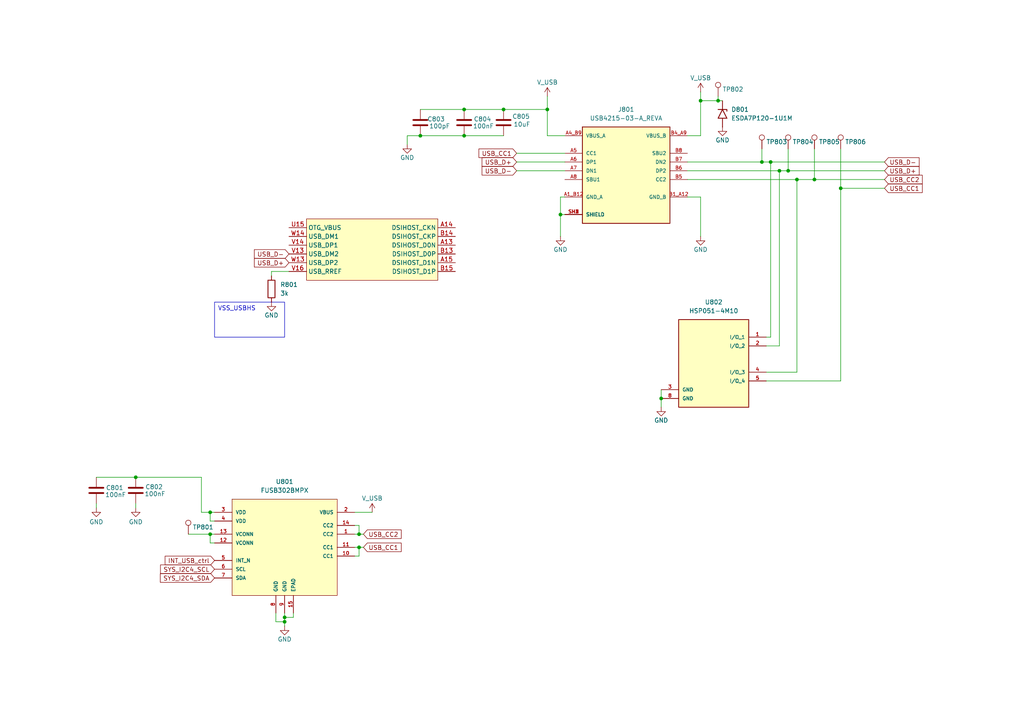
<source format=kicad_sch>
(kicad_sch (version 20250114) (generator "eeschema") (generator_version "9.0")
  (paper "A4")
  (title_block (comment 1 "Author: Mykola Grodskyi"))
  (lib_symbols
    (symbol "Connector:TestPoint" (pin_numbers (hide yes)) (pin_names (offset 0.762) (hide yes))
      (property "Reference" "TP" (at 0 6.858 0))
      (property "Value" "TestPoint" (at 0 5.08 0))
      (symbol "TestPoint_0_1"
        (circle (center 0 3.302) (radius 0.762))
      )
      (symbol "TestPoint_1_1"
        (pin passive line (at 0 0 90) (length 2.54) (name "1") (number "1"))
      )
    )
    (symbol "Device:C" (pin_numbers (hide yes)) (pin_names (offset 0.254))
      (property "Reference" "C" (at 0.635 2.54 0))
      (property "Value" "C" (at 0.635 -2.54 0))
      (symbol "C_0_1"
        (polyline (pts (xy -2.032 0.762) (xy 2.032 0.762)) (stroke (width 0.508)))
        (polyline (pts (xy -2.032 -0.762) (xy 2.032 -0.762)) (stroke (width 0.508)))
      )
      (symbol "C_1_1"
        (pin passive line (at 0 3.81 270) (length 2.794) (name "~") (number "1"))
        (pin passive line (at 0 -3.81 90) (length 2.794) (name "~") (number "2"))
      )
    )
    (symbol "Device:R" (pin_numbers (hide yes)) (pin_names (offset 0))
      (property "Reference" "R" (at 2.032 0 90))
      (property "Value" "R" (at 0 0 90))
      (symbol "R_0_1"
        (rectangle (start -1.016 -2.54) (end 1.016 2.54) (stroke (width 0.254)))
      )
      (symbol "R_1_1"
        (pin passive line (at 0 3.81 270) (length 1.27) (name "~") (number "1"))
        (pin passive line (at 0 -3.81 90) (length 1.27) (name "~") (number "2"))
      )
    )
    (symbol "Diode:SMAJ5.0A" (pin_numbers (hide yes)) (pin_names (offset 1.016) (hide yes))
      (property "Reference" "D" (at 0 2.54 0))
      (property "Value" "SMAJ5.0A" (at 0 -2.54 0))
      (symbol "SMAJ5.0A_0_1"
        (polyline (pts (xy -0.762 1.27) (xy -1.27 1.27) (xy -1.27 -1.27)) (stroke (width 0.254)))
        (polyline (pts (xy 1.27 1.27) (xy 1.27 -1.27) (xy -1.27 0) (xy 1.27 1.27)) (stroke (width 0.254)))
      )
      (symbol "SMAJ5.0A_1_1"
        (pin passive line (at -3.81 0 0) (length 2.54) (name "A1") (number "1"))
        (pin passive line (at 3.81 0 180) (length 2.54) (name "A2") (number "2"))
      )
    )
    (symbol "FUSB302BMPX:FUSB302BMPX" (pin_names (offset 1.016))
      (property "Reference" "U" (at 18.1356 9.1186 0))
      (property "Value" "FUSB302BMPX" (at 17.5006 6.5786 0))
      (symbol "FUSB302BMPX_0_0"
        (rectangle (start 7.62 -22.86) (end 38.1 5.08) (stroke (width 0.1524)) (fill (type background)))
        (pin power_in line (at 2.54 -1.27 0) (length 5.08) (name "VDD") (number "4"))
        (pin power_in line (at 2.54 -5.08 0) (length 5.08) (name "VCONN") (number "13"))
        (pin output line (at 2.54 -12.7 0) (length 5.08) (name "INT_N") (number "5"))
        (pin input line (at 2.54 -15.24 0) (length 5.08) (name "SCL") (number "6"))
        (pin bidirectional line (at 2.54 -17.78 0) (length 5.08) (name "SDA") (number "7"))
        (pin power_in line (at 22.86 -27.94 90) (length 5.08) (name "GND") (number "9"))
        (pin passive line (at 25.4 -27.94 90) (length 5.08) (name "EPAD") (number "15"))
        (pin input line (at 43.18 1.27 180) (length 5.08) (name "VBUS") (number "2"))
        (pin bidirectional line (at 43.18 -2.54 180) (length 5.08) (name "CC2") (number "14"))
        (pin bidirectional line (at 43.18 -8.89 180) (length 5.08) (name "CC1") (number "11"))
      )
      (symbol "FUSB302BMPX_1_0"
        (pin power_in line (at 2.54 1.27 0) (length 5.08) (name "VDD") (number "3"))
        (pin power_in line (at 2.54 -7.62 0) (length 5.08) (name "VCONN") (number "12"))
        (pin power_in line (at 20.32 -27.94 90) (length 5.08) (name "GND") (number "8"))
        (pin bidirectional line (at 43.18 -5.08 180) (length 5.08) (name "CC2") (number "1"))
        (pin bidirectional line (at 43.18 -11.43 180) (length 5.08) (name "CC1") (number "10"))
      )
    )
    (symbol "HSP051-4M10:HSP051-4M10" (pin_names (offset 1.016))
      (property "Reference" "U4" (at 0 17.78 0))
      (property "Value" "HSP051-4M10" (at 0 15.24 0))
      (symbol "HSP051-4M10_0_0"
        (rectangle (start -10.16 -12.7) (end 10.16 12.7) (stroke (width 0.254)) (fill (type background)))
        (pin passive line (at -15.24 7.62 0) (length 5.08) (name "I/O_1") (number "1"))
        (pin passive line (at -15.24 5.08 0) (length 5.08) (name "I/O_2") (number "2"))
        (pin passive line (at -15.24 -2.54 0) (length 5.08) (name "I/O_3") (number "4"))
        (pin passive line (at -15.24 -5.08 0) (length 5.08) (name "I/O_4") (number "5"))
        (pin power_in line (at 15.24 -7.62 180) (length 5.08) (name "GND") (number "3"))
        (pin power_in line (at 15.24 -10.16 180) (length 5.08) (name "GND") (number "8"))
      )
      (symbol "HSP051-4M10_1_0"
        (pin passive line (at -15.24 7.62 0) (length 5.08) (hide yes) (name "NC") (number "10"))
        (pin passive line (at -15.24 5.08 0) (length 5.08) (hide yes) (name "NC") (number "9"))
        (pin passive line (at -15.24 -2.54 0) (length 5.08) (hide yes) (name "NC") (number "7"))
        (pin passive line (at -15.24 -5.08 0) (length 5.08) (hide yes) (name "NC") (number "6"))
      )
    )
    (symbol "New_Library:STM32MP157FABx"
      (symbol "STM32MP157FABx_1_1"
        (rectangle (start -22.86 109.22) (end 49.53 -156.21) (fill (type background)))
        (pin power_in line (at -27.94 105.41 0) (length 5.08) (name "VBAT") (number "H3"))
        (pin power_in line (at -27.94 91.44 0) (length 5.08) (name "VDD") (number "K6"))
        (pin power_in line (at -27.94 88.9 0) (length 5.08) (name "VDD") (number "L5"))
        (pin power_in line (at -27.94 86.36 0) (length 5.08) (name "VDD") (number "L7"))
        (pin power_in line (at -27.94 83.82 0) (length 5.08) (name "VDD") (number "M6"))
        (pin power_in line (at -27.94 81.28 0) (length 5.08) (name "VDD") (number "M8"))
        (pin power_in line (at -27.94 78.74 0) (length 5.08) (name "VDD") (number "N5"))
        (pin power_in line (at -27.94 76.2 0) (length 5.08) (name "VDD") (number "N7"))
        (pin power_in line (at -27.94 73.66 0) (length 5.08) (name "VDD") (number "N9"))
        (pin power_in line (at -27.94 71.12 0) (length 5.08) (name "VDD") (number "P6"))
        (pin power_in line (at -27.94 68.58 0) (length 5.08) (name "VDD") (number "P8"))
        (pin power_in line (at -27.94 66.04 0) (length 5.08) (name "VDD") (number "P10"))
        (pin power_in line (at -27.94 63.5 0) (length 5.08) (name "VDD") (number "R7"))
        (pin power_in line (at -27.94 60.96 0) (length 5.08) (name "VDD") (number "R9"))
        (pin power_in line (at -27.94 58.42 0) (length 5.08) (name "VDD") (number "R11"))
        (pin power_in line (at -27.94 35.56 0) (length 5.08) (name "VDD1V2_DSI_PHY") (number "A16"))
        (pin power_in line (at -27.94 30.48 0) (length 5.08) (name "VDD1V2_DSI_REG") (number "B16"))
        (pin power_in line (at -27.94 25.4 0) (length 5.08) (name "VDD3V3_USBFS") (number "W15"))
        (pin power_in line (at -27.94 20.32 0) (length 5.08) (name "VDD3V3_USBHS") (number "W12"))
        (pin power_in line (at -27.94 15.24 0) (length 5.08) (name "VDDA") (number "M4"))
        (pin power_in line (at -27.94 10.16 0) (length 5.08) (name "VDDA1V1_REG") (number "W11"))
        (pin power_in line (at -27.94 5.08 0) (length 5.08) (name "VDDA1V8_DSI") (number "B12"))
        (pin power_in line (at -27.94 0 0) (length 5.08) (name "VDDA1V8_REG") (number "V11"))
        (pin power_in line (at -27.94 -6.35 0) (length 5.08) (name "VDDCORE") (number "E7"))
        (pin power_in line (at -27.94 -8.89 0) (length 5.08) (name "VDDCORE") (number "E9"))
        (pin power_in line (at -27.94 -11.43 0) (length 5.08) (name "VDDCORE") (number "E11"))
        (pin power_in line (at -27.94 -13.97 0) (length 5.08) (name "VDDCORE") (number "E13"))
        (pin power_in line (at -27.94 -16.51 0) (length 5.08) (name "VDDCORE") (number "F4"))
        (pin power_in line (at -27.94 -19.05 0) (length 5.08) (name "VDDCORE") (number "F6"))
        (pin power_in line (at -27.94 -21.59 0) (length 5.08) (name "VDDCORE") (number "F8"))
        (pin power_in line (at -27.94 -24.13 0) (length 5.08) (name "VDDCORE") (number "F10"))
        (pin power_in line (at -27.94 -26.67 0) (length 5.08) (name "VDDCORE") (number "F12"))
        (pin power_in line (at -27.94 -29.21 0) (length 5.08) (name "VDDCORE") (number "G5"))
        (pin power_in line (at -27.94 -31.75 0) (length 5.08) (name "VDDCORE") (number "G7"))
        (pin power_in line (at -27.94 -34.29 0) (length 5.08) (name "VDDCORE") (number "G9"))
        (pin power_in line (at -27.94 -36.83 0) (length 5.08) (name "VDDCORE") (number "G11"))
        (pin power_in line (at -27.94 -39.37 0) (length 5.08) (name "VDDCORE") (number "H4"))
        (pin power_in line (at -27.94 -41.91 0) (length 5.08) (name "VDDCORE") (number "H6"))
        (pin power_in line (at -27.94 -44.45 0) (length 5.08) (name "VDDCORE") (number "H8"))
        (pin power_in line (at -27.94 -46.99 0) (length 5.08) (name "VDDCORE") (number "H10"))
        (pin power_in line (at -27.94 -49.53 0) (length 5.08) (name "VDDCORE") (number "H12"))
        (pin power_in line (at -27.94 -52.07 0) (length 5.08) (name "VDDCORE") (number "J7"))
        (pin power_in line (at -27.94 -54.61 0) (length 5.08) (name "VDDCORE") (number "J9"))
        (pin power_in line (at -27.94 -57.15 0) (length 5.08) (name "VDDCORE") (number "J11"))
        (pin power_in line (at -27.94 -59.69 0) (length 5.08) (name "VDDCORE") (number "J13"))
        (pin power_in line (at -27.94 -62.23 0) (length 5.08) (name "VDDCORE") (number "K8"))
        (pin power_in line (at -27.94 -64.77 0) (length 5.08) (name "VDDCORE") (number "K10"))
        (pin power_in line (at -27.94 -67.31 0) (length 5.08) (name "VDDCORE") (number "K12"))
        (pin power_in line (at -27.94 -69.85 0) (length 5.08) (name "VDDCORE") (number "L9"))
        (pin power_in line (at -27.94 -72.39 0) (length 5.08) (name "VDDCORE") (number "L11"))
        (pin power_in line (at -27.94 -74.93 0) (length 5.08) (name "VDDCORE") (number "L13"))
        (pin power_in line (at -27.94 -77.47 0) (length 5.08) (name "VDDCORE") (number "M10"))
        (pin power_in line (at -27.94 -80.01 0) (length 5.08) (name "VDDCORE") (number "M12"))
        (pin power_in line (at -27.94 -82.55 0) (length 5.08) (name "VDDCORE") (number "N11"))
        (pin power_in line (at -27.94 -85.09 0) (length 5.08) (name "VDDCORE") (number "N13"))
        (pin power_in line (at -27.94 -87.63 0) (length 5.08) (name "VDDCORE") (number "P12"))
        (pin power_in line (at -27.94 -90.17 0) (length 5.08) (name "VDDCORE") (number "R13"))
        (pin power_in line (at -27.94 -97.79 0) (length 5.08) (name "VDDQ_DDR") (number "E15"))
        (pin power_in line (at -27.94 -100.33 0) (length 5.08) (name "VDDQ_DDR") (number "F14"))
        (pin power_in line (at -27.94 -102.87 0) (length 5.08) (name "VDDQ_DDR") (number "G15"))
        (pin power_in line (at -27.94 -105.41 0) (length 5.08) (name "VDDQ_DDR") (number "H14"))
        (pin power_in line (at -27.94 -107.95 0) (length 5.08) (name "VDDQ_DDR") (number "J15"))
        (pin power_in line (at -27.94 -110.49 0) (length 5.08) (name "VDDQ_DDR") (number "K14"))
        (pin power_in line (at -27.94 -113.03 0) (length 5.08) (name "VDDQ_DDR") (number "L15"))
        (pin power_in line (at -27.94 -115.57 0) (length 5.08) (name "VDDQ_DDR") (number "M14"))
        (pin power_in line (at -27.94 -118.11 0) (length 5.08) (name "VDDQ_DDR") (number "N15"))
        (pin power_in line (at -27.94 -120.65 0) (length 5.08) (name "VDDQ_DDR") (number "P14"))
        (pin power_in line (at -27.94 -123.19 0) (length 5.08) (name "VDDQ_DDR") (number "R15"))
        (pin power_in line (at -27.94 -127 0) (length 5.08) (name "VDD_ANA") (number "L3"))
        (pin power_in line (at -27.94 -130.81 0) (length 5.08) (name "VDD_DSI") (number "A12"))
        (pin power_in line (at -27.94 -134.62 0) (length 5.08) (name "VDD_PLL") (number "J5"))
        (pin power_in line (at -27.94 -137.16 0) (length 5.08) (name "VDD_PLL2") (number "G13"))
        (pin input line (at -27.94 -140.97 0) (length 5.08) (name "VREF+") (number "N3"))
        (pin input line (at -27.94 -144.78 0) (length 5.08) (name "VREF-") (number "M3"))
        (pin passive line (at 54.61 106.68 180) (length 5.08) (name "VSS") (number "N6"))
        (pin passive line (at 54.61 104.14 180) (length 5.08) (name "VSS") (number "N10"))
        (pin passive line (at 54.61 101.6 180) (length 5.08) (name "VSS") (number "U8"))
        (pin passive line (at 54.61 99.06 180) (length 5.08) (name "VSS") (number "U6"))
        (pin passive line (at 54.61 96.52 180) (length 5.08) (name "VSS") (number "W1"))
        (pin passive line (at 54.61 93.98 180) (length 5.08) (name "VSS") (number "U17"))
        (pin passive line (at 54.61 91.44 180) (length 5.08) (name "VSS") (number "T4"))
        (pin passive line (at 54.61 88.9 180) (length 5.08) (name "VSS") (number "R8"))
        (pin passive line (at 54.61 86.36 180) (length 5.08) (name "VSS") (number "R6"))
        (pin passive line (at 54.61 83.82 180) (length 5.08) (name "VSS") (number "R2"))
        (pin passive line (at 54.61 81.28 180) (length 5.08) (name "VSS") (number "R16"))
        (pin passive line (at 54.61 78.74 180) (length 5.08) (name "VSS") (number "R14"))
        (pin passive line (at 54.61 76.2 180) (length 5.08) (name "VSS") (number "R12"))
        (pin passive line (at 54.61 73.66 180) (length 5.08) (name "VSS") (number "U3"))
        (pin passive line (at 54.61 71.12 180) (length 5.08) (name "VSS") (number "P9"))
        (pin passive line (at 54.61 68.58 180) (length 5.08) (name "VSS") (number "P7"))
        (pin passive line (at 54.61 66.04 180) (length 5.08) (name "VSS") (number "R10"))
        (pin passive line (at 54.61 63.5 180) (length 5.08) (name "VSS") (number "P13"))
        (pin passive line (at 54.61 60.96 180) (length 5.08) (name "VSS") (number "P11"))
        (pin passive line (at 54.61 58.42 180) (length 5.08) (name "VSS") (number "P15"))
        (pin passive line (at 54.61 55.88 180) (length 5.08) (name "VSS") (number "N8"))
        (pin passive line (at 54.61 53.34 180) (length 5.08) (name "VSS") (number "N14"))
        (pin passive line (at 54.61 50.8 180) (length 5.08) (name "VSS") (number "N12"))
        (pin passive line (at 54.61 48.26 180) (length 5.08) (name "VSS") (number "M9"))
        (pin passive line (at 54.61 45.72 180) (length 5.08) (name "VSS") (number "W19"))
        (pin passive line (at 54.61 43.18 180) (length 5.08) (name "VSS") (number "M7"))
        (pin passive line (at 54.61 40.64 180) (length 5.08) (name "VSS") (number "M5"))
        (pin passive line (at 54.61 38.1 180) (length 5.08) (name "VSS") (number "M15"))
        (pin passive line (at 54.61 35.56 180) (length 5.08) (name "VSS") (number "M13"))
        (pin passive line (at 54.61 33.02 180) (length 5.08) (name "VSS") (number "M11"))
        (pin passive line (at 54.61 30.48 180) (length 5.08) (name "VSS") (number "L8"))
        (pin passive line (at 54.61 27.94 180) (length 5.08) (name "VSS") (number "L6"))
        (pin passive line (at 54.61 25.4 180) (length 5.08) (name "VSS") (number "L14"))
        (pin passive line (at 54.61 22.86 180) (length 5.08) (name "VSS") (number "L12"))
        (pin passive line (at 54.61 20.32 180) (length 5.08) (name "VSS") (number "L10"))
        (pin passive line (at 54.61 17.78 180) (length 5.08) (name "VSS") (number "K9"))
        (pin passive line (at 54.61 15.24 180) (length 5.08) (name "VSS") (number "K7"))
        (pin passive line (at 54.61 12.7 180) (length 5.08) (name "VSS") (number "K5"))
        (pin passive line (at 54.61 10.16 180) (length 5.08) (name "VSS") (number "K2"))
        (pin passive line (at 54.61 7.62 180) (length 5.08) (name "VSS") (number "K15"))
        (pin passive line (at 54.61 5.08 180) (length 5.08) (name "VSS") (number "K13"))
        (pin passive line (at 54.61 2.54 180) (length 5.08) (name "VSS") (number "K11"))
        (pin passive line (at 54.61 0 180) (length 5.08) (name "VSS") (number "J8"))
        (pin passive line (at 54.61 -2.54 180) (length 5.08) (name "VSS") (number "J6"))
        (pin passive line (at 54.61 -5.08 180) (length 5.08) (name "VSS") (number "J3"))
        (pin passive line (at 54.61 -7.62 180) (length 5.08) (name "VSS") (number "J14"))
        (pin passive line (at 54.61 -10.16 180) (length 5.08) (name "VSS") (number "J12"))
        (pin passive line (at 54.61 -12.7 180) (length 5.08) (name "VSS") (number "J10"))
        (pin passive line (at 54.61 -15.24 180) (length 5.08) (name "VSS") (number "H9"))
        (pin passive line (at 54.61 -17.78 180) (length 5.08) (name "VSS") (number "H7"))
        (pin passive line (at 54.61 -20.32 180) (length 5.08) (name "VSS") (number "H5"))
        (pin passive line (at 54.61 -22.86 180) (length 5.08) (name "VSS") (number "H15"))
        (pin passive line (at 54.61 -25.4 180) (length 5.08) (name "VSS") (number "H13"))
        (pin passive line (at 54.61 -27.94 180) (length 5.08) (name "VSS") (number "H11"))
        (pin passive line (at 54.61 -30.48 180) (length 5.08) (name "VSS") (number "G8"))
        (pin passive line (at 54.61 -33.02 180) (length 5.08) (name "VSS") (number "G6"))
        (pin passive line (at 54.61 -35.56 180) (length 5.08) (name "VSS") (number "G4"))
        (pin passive line (at 54.61 -38.1 180) (length 5.08) (name "VSS") (number "G2"))
        (pin passive line (at 54.61 -40.64 180) (length 5.08) (name "VSS") (number "G14"))
        (pin passive line (at 54.61 -43.18 180) (length 5.08) (name "VSS") (number "G12"))
        (pin passive line (at 54.61 -45.72 180) (length 5.08) (name "VSS") (number "G10"))
        (pin passive line (at 54.61 -48.26 180) (length 5.08) (name "VSS") (number "F9"))
        (pin passive line (at 54.61 -50.8 180) (length 5.08) (name "VSS") (number "F7"))
        (pin passive line (at 54.61 -53.34 180) (length 5.08) (name "VSS") (number "F5"))
        (pin passive line (at 54.61 -55.88 180) (length 5.08) (name "VSS") (number "F15"))
        (pin passive line (at 54.61 -58.42 180) (length 5.08) (name "VSS") (number "F11"))
        (pin passive line (at 54.61 -60.96 180) (length 5.08) (name "VSS") (number "E8"))
        (pin passive line (at 54.61 -63.5 180) (length 5.08) (name "VSS") (number "E6"))
        (pin passive line (at 54.61 -66.04 180) (length 5.08) (name "VSS") (number "E5"))
        (pin passive line (at 54.61 -68.58 180) (length 5.08) (name "VSS") (number "E4"))
        (pin passive line (at 54.61 -71.12 180) (length 5.08) (name "VSS") (number "E2"))
        (pin passive line (at 54.61 -73.66 180) (length 5.08) (name "VSS") (number "E16"))
        (pin passive line (at 54.61 -76.2 180) (length 5.08) (name "VSS") (number "E14"))
        (pin passive line (at 54.61 -78.74 180) (length 5.08) (name "VSS") (number "E12"))
        (pin passive line (at 54.61 -81.28 180) (length 5.08) (name "VSS") (number "E10"))
        (pin passive line (at 54.61 -83.82 180) (length 5.08) (name "VSS") (number "D8"))
        (pin passive line (at 54.61 -86.36 180) (length 5.08) (name "VSS") (number "D5"))
        (pin passive line (at 54.61 -88.9 180) (length 5.08) (name "VSS") (number "D4"))
        (pin passive line (at 54.61 -91.44 180) (length 5.08) (name "VSS") (number "D1"))
        (pin passive line (at 54.61 -93.98 180) (length 5.08) (name "VSS") (number "C3"))
        (pin passive line (at 54.61 -96.52 180) (length 5.08) (name "VSS") (number "C17"))
        (pin passive line (at 54.61 -99.06 180) (length 5.08) (name "VSS") (number "A19"))
        (pin passive line (at 54.61 -101.6 180) (length 5.08) (name "VSS") (number "B2"))
        (pin passive line (at 54.61 -104.14 180) (length 5.08) (name "VSS") (number "B6"))
        (pin power_in line (at 54.61 -106.68 180) (length 5.08) (name "VSS") (number "A1"))
        (pin power_in line (at 54.61 -110.49 180) (length 5.08) (name "VSSA") (number "N4"))
        (pin passive line (at 54.61 -113.03 180) (length 5.08) (name "VSSA") (number "P5"))
        (pin passive line (at 54.61 -115.57 180) (length 5.08) (name "VSSA") (number "R5"))
        (pin power_in line (at 54.61 -119.38 180) (length 5.08) (name "VSS_ANA") (number "L4"))
        (pin passive line (at 54.61 -124.46 180) (length 5.08) (name "VSS_DSI") (number "C16"))
        (pin passive line (at 54.61 -127 180) (length 5.08) (name "VSS_DSI") (number "C15"))
        (pin passive line (at 54.61 -129.54 180) (length 5.08) (name "VSS_DSI") (number "C13"))
        (pin passive line (at 54.61 -132.08 180) (length 5.08) (name "VSS_DSI") (number "C14"))
        (pin power_in line (at 54.61 -134.62 180) (length 5.08) (name "VSS_DSI") (number "C12"))
        (pin power_in line (at 54.61 -138.43 180) (length 5.08) (name "VSS_PLL") (number "J4"))
        (pin power_in line (at 54.61 -140.97 180) (length 5.08) (name "VSS_PLL2") (number "F13"))
        (pin passive line (at 54.61 -144.78 180) (length 5.08) (name "VSS_USBHS") (number "V15"))
        (pin passive line (at 54.61 -147.32 180) (length 5.08) (name "VSS_USBHS") (number "U14"))
        (pin passive line (at 54.61 -149.86 180) (length 5.08) (name "VSS_USBHS") (number "V12"))
        (pin power_in line (at 54.61 -152.4 180) (length 5.08) (name "VSS_USBHS") (number "U13"))
      )
      (symbol "STM32MP157FABx_2_1"
        (rectangle (start -8.89 46.99) (end 63.5 -52.07) (fill (type background)))
        (pin bidirectional line (at -13.97 39.37 0) (length 5.08) (name "DDR_BA0") (number "G19"))
        (pin bidirectional line (at -13.97 36.83 0) (length 5.08) (name "DDR_BA1") (number "N17"))
        (pin bidirectional line (at -13.97 34.29 0) (length 5.08) (name "DDR_BA2") (number "J16"))
        (pin bidirectional line (at -13.97 30.48 0) (length 5.08) (name "DDR_DQM0") (number "C18"))
        (pin bidirectional line (at -13.97 27.94 0) (length 5.08) (name "DDR_DQM1") (number "U18"))
        (pin bidirectional line (at -13.97 19.05 0) (length 5.08) (name "DDR_DQS0N") (number "B19"))
        (pin bidirectional line (at -13.97 16.51 0) (length 5.08) (name "DDR_DQS0P") (number "C19"))
        (pin bidirectional line (at -13.97 13.97 0) (length 5.08) (name "DDR_DQS1N") (number "T19"))
        (pin bidirectional line (at -13.97 11.43 0) (length 5.08) (name "DDR_DQS1P") (number "U19"))
        (pin bidirectional line (at -13.97 5.08 0) (length 5.08) (name "DDR_DQ0") (number "A17"))
        (pin bidirectional line (at -13.97 2.54 0) (length 5.08) (name "DDR_DQ1") (number "A18"))
        (pin bidirectional line (at -13.97 0 0) (length 5.08) (name "DDR_DQ2") (number "D18"))
        (pin bidirectional line (at -13.97 -2.54 0) (length 5.08) (name "DDR_DQ3") (number "B17"))
        (pin bidirectional line (at -13.97 -5.08 0) (length 5.08) (name "DDR_DQ4") (number "E18"))
        (pin bidirectional line (at -13.97 -7.62 0) (length 5.08) (name "DDR_DQ5") (number "D17"))
        (pin bidirectional line (at -13.97 -10.16 0) (length 5.08) (name "DDR_DQ6") (number "D19"))
        (pin bidirectional line (at -13.97 -12.7 0) (length 5.08) (name "DDR_DQ7") (number "B18"))
        (pin bidirectional line (at -13.97 -15.24 0) (length 5.08) (name "DDR_DQ8") (number "P18"))
        (pin bidirectional line (at -13.97 -17.78 0) (length 5.08) (name "DDR_DQ9") (number "T17"))
        (pin bidirectional line (at -13.97 -20.32 0) (length 5.08) (name "DDR_DQ10") (number "R18"))
        (pin bidirectional line (at -13.97 -22.86 0) (length 5.08) (name "DDR_DQ11") (number "V19"))
        (pin bidirectional line (at -13.97 -25.4 0) (length 5.08) (name "DDR_DQ12") (number "W18"))
        (pin bidirectional line (at -13.97 -27.94 0) (length 5.08) (name "DDR_DQ13") (number "T18"))
        (pin bidirectional line (at -13.97 -30.48 0) (length 5.08) (name "DDR_DQ14") (number "V18"))
        (pin bidirectional line (at -13.97 -33.02 0) (length 5.08) (name "DDR_DQ15") (number "W17"))
        (pin bidirectional line (at 68.58 39.37 180) (length 5.08) (name "DDR_CLKP") (number "L19"))
        (pin bidirectional line (at 68.58 36.83 180) (length 5.08) (name "DDR_CLKN") (number "K19"))
        (pin bidirectional line (at 68.58 30.48 180) (length 5.08) (name "DDR_A0") (number "H18"))
        (pin bidirectional line (at 68.58 27.94 180) (length 5.08) (name "DDR_A1") (number "M17"))
        (pin bidirectional line (at 68.58 25.4 180) (length 5.08) (name "DDR_A2") (number "G18"))
        (pin bidirectional line (at 68.58 22.86 180) (length 5.08) (name "DDR_A3") (number "F19"))
        (pin bidirectional line (at 68.58 20.32 180) (length 5.08) (name "DDR_A4") (number "P17"))
        (pin bidirectional line (at 68.58 17.78 180) (length 5.08) (name "DDR_A5") (number "H17"))
        (pin bidirectional line (at 68.58 15.24 180) (length 5.08) (name "DDR_A6") (number "N16"))
        (pin bidirectional line (at 68.58 12.7 180) (length 5.08) (name "DDR_A7") (number "E17"))
        (pin bidirectional line (at 68.58 10.16 180) (length 5.08) (name "DDR_A8") (number "R17"))
        (pin bidirectional line (at 68.58 7.62 180) (length 5.08) (name "DDR_A9") (number "G17"))
        (pin bidirectional line (at 68.58 5.08 180) (length 5.08) (name "DDR_A10") (number "M19"))
        (pin bidirectional line (at 68.58 2.54 180) (length 5.08) (name "DDR_A11") (number "M18"))
        (pin bidirectional line (at 68.58 0 180) (length 5.08) (name "DDR_A12") (number "L17"))
        (pin bidirectional line (at 68.58 -2.54 180) (length 5.08) (name "DDR_A13") (number "F17"))
        (pin bidirectional line (at 68.58 -5.08 180) (length 5.08) (name "DDR_A14") (number "N18"))
        (pin bidirectional line (at 68.58 -7.62 180) (length 5.08) (name "DDR_A15") (number "L16"))
        (pin bidirectional line (at 68.58 -12.7 180) (length 5.08) (name "DDR_RASN") (number "L18"))
        (pin bidirectional line (at 68.58 -15.24 180) (length 5.08) (name "DDR_CASN") (number "K17"))
        (pin bidirectional line (at 68.58 -17.78 180) (length 5.08) (name "DDR_CSN") (number "J18"))
        (pin bidirectional line (at 68.58 -20.32 180) (length 5.08) (name "DDR_CKE") (number "P19"))
        (pin bidirectional line (at 68.58 -22.86 180) (length 5.08) (name "DDR_WEN") (number "J17"))
        (pin bidirectional line (at 68.58 -25.4 180) (length 5.08) (name "DDR_ODT") (number "H19"))
        (pin bidirectional line (at 68.58 -31.75 180) (length 5.08) (name "DDR_RESETN") (number "G16"))
        (pin bidirectional line (at 68.58 -35.56 180) (length 5.08) (name "DDR_VREF") (number "W16"))
        (pin bidirectional line (at 68.58 -39.37 180) (length 5.08) (name "DDR_ZQ") (number "F18"))
        (pin bidirectional line (at 68.58 -43.18 180) (length 5.08) (name "DDR_ATO") (number "N19"))
        (pin bidirectional line (at 68.58 -45.72 180) (length 5.08) (name "DDR_DTO1") (number "J19"))
        (pin bidirectional line (at 68.58 -48.26 180) (length 5.08) (name "DDR_DTO0") (number "K18"))
      )
      (symbol "STM32MP157FABx_3_1"
        (rectangle (start -12.7 43.18) (end 34.29 -46.99) (fill (type background)))
        (pin bidirectional line (at -17.78 39.37 0) (length 5.08) (name "PA0") (number "R3"))
        (pin bidirectional line (at -17.78 36.83 0) (length 5.08) (name "PA1") (number "U4"))
        (pin bidirectional line (at -17.78 34.29 0) (length 5.08) (name "PA2") (number "W2"))
        (pin bidirectional line (at -17.78 31.75 0) (length 5.08) (name "PA3") (number "P3"))
        (pin bidirectional line (at -17.78 29.21 0) (length 5.08) (name "PA4") (number "R4"))
        (pin bidirectional line (at -17.78 26.67 0) (length 5.08) (name "PA5") (number "P4"))
        (pin bidirectional line (at -17.78 24.13 0) (length 5.08) (name "PA6") (number "T5"))
        (pin bidirectional line (at -17.78 21.59 0) (length 5.08) (name "PA7") (number "T6"))
        (pin bidirectional line (at -17.78 19.05 0) (length 5.08) (name "PA8") (number "B8"))
        (pin bidirectional line (at -17.78 16.51 0) (length 5.08) (name "PA9") (number "C8"))
        (pin bidirectional line (at -17.78 13.97 0) (length 5.08) (name "PA10") (number "T16"))
        (pin bidirectional line (at -17.78 11.43 0) (length 5.08) (name "PA11") (number "V17"))
        (pin bidirectional line (at -17.78 8.89 0) (length 5.08) (name "PA12") (number "U16"))
        (pin bidirectional line (at -17.78 6.35 0) (length 5.08) (name "PA13") (number "P2"))
        (pin bidirectional line (at -17.78 3.81 0) (length 5.08) (name "PA14") (number "R1"))
        (pin bidirectional line (at -17.78 1.27 0) (length 5.08) (name "PA15") (number "C7"))
        (pin bidirectional line (at -17.78 -3.81 0) (length 5.08) (name "PB0") (number "W3"))
        (pin bidirectional line (at -17.78 -6.35 0) (length 5.08) (name "PB1") (number "V3"))
        (pin bidirectional line (at -17.78 -8.89 0) (length 5.08) (name "PB2") (number "T13"))
        (pin bidirectional line (at -17.78 -11.43 0) (length 5.08) (name "PB3") (number "A7"))
        (pin bidirectional line (at -17.78 -13.97 0) (length 5.08) (name "PB4") (number "B9"))
        (pin bidirectional line (at -17.78 -16.51 0) (length 5.08) (name "PB5") (number "T8"))
        (pin bidirectional line (at -17.78 -19.05 0) (length 5.08) (name "PB6") (number "T12"))
        (pin bidirectional line (at -17.78 -21.59 0) (length 5.08) (name "PB7") (number "B5"))
        (pin bidirectional line (at -17.78 -24.13 0) (length 5.08) (name "PB8") (number "W6"))
        (pin bidirectional line (at -17.78 -26.67 0) (length 5.08) (name "PB9") (number "D9"))
        (pin bidirectional line (at -17.78 -29.21 0) (length 5.08) (name "PB10") (number "W5"))
        (pin bidirectional line (at -17.78 -31.75 0) (length 5.08) (name "PB11") (number "V1"))
        (pin bidirectional line (at -17.78 -34.29 0) (length 5.08) (name "PB12") (number "V5"))
        (pin bidirectional line (at -17.78 -36.83 0) (length 5.08) (name "PB13") (number "T9"))
        (pin bidirectional line (at -17.78 -39.37 0) (length 5.08) (name "PB14") (number "C9"))
        (pin bidirectional line (at -17.78 -41.91 0) (length 5.08) (name "PB15") (number "A8"))
        (pin bidirectional line (at 39.37 39.37 180) (length 5.08) (name "PC0") (number "T7"))
        (pin bidirectional line (at 39.37 36.83 180) (length 5.08) (name "PC1") (number "V2"))
        (pin bidirectional line (at 39.37 34.29 180) (length 5.08) (name "PC2") (number "T2"))
        (pin bidirectional line (at 39.37 31.75 180) (length 5.08) (name "PC3") (number "T3"))
        (pin bidirectional line (at 39.37 29.21 180) (length 5.08) (name "PC4") (number "W4"))
        (pin bidirectional line (at 39.37 26.67 180) (length 5.08) (name "PC5") (number "V4"))
        (pin bidirectional line (at 39.37 24.13 180) (length 5.08) (name "PC6") (number "D10"))
        (pin bidirectional line (at 39.37 21.59 180) (length 5.08) (name "PC7") (number "A9"))
        (pin bidirectional line (at 39.37 19.05 180) (length 5.08) (name "PC8") (number "C11"))
        (pin bidirectional line (at 39.37 16.51 180) (length 5.08) (name "PC9") (number "A10"))
        (pin bidirectional line (at 39.37 13.97 180) (length 5.08) (name "PC10") (number "D11"))
        (pin bidirectional line (at 39.37 11.43 180) (length 5.08) (name "PC11") (number "A11"))
        (pin bidirectional line (at 39.37 8.89 180) (length 5.08) (name "PC12") (number "C10"))
        (pin bidirectional line (at 39.37 6.35 180) (length 5.08) (name "PC13") (number "K3"))
        (pin bidirectional line (at 39.37 3.81 180) (length 5.08) (name "PC14") (number "H1"))
        (pin bidirectional line (at 39.37 1.27 180) (length 5.08) (name "PC15") (number "H2"))
        (pin bidirectional line (at 39.37 -3.81 180) (length 5.08) (name "PD0") (number "A3"))
        (pin bidirectional line (at 39.37 -6.35 180) (length 5.08) (name "PD1") (number "A4"))
        (pin bidirectional line (at 39.37 -8.89 180) (length 5.08) (name "PD2") (number "B10"))
        (pin bidirectional line (at 39.37 -11.43 180) (length 5.08) (name "PD3") (number "C6"))
        (pin bidirectional line (at 39.37 -13.97 180) (length 5.08) (name "PD4") (number "D6"))
        (pin bidirectional line (at 39.37 -16.51 180) (length 5.08) (name "PD5") (number "D7"))
        (pin bidirectional line (at 39.37 -19.05 180) (length 5.08) (name "PD6") (number "E3"))
        (pin bidirectional line (at 39.37 -21.59 180) (length 5.08) (name "PD7") (number "B4"))
        (pin bidirectional line (at 39.37 -24.13 180) (length 5.08) (name "PD8") (number "F2"))
        (pin bidirectional line (at 39.37 -26.67 180) (length 5.08) (name "PD9") (number "G3"))
        (pin bidirectional line (at 39.37 -29.21 180) (length 5.08) (name "PD10") (number "C5"))
        (pin bidirectional line (at 39.37 -31.75 180) (length 5.08) (name "PD11") (number "V8"))
        (pin bidirectional line (at 39.37 -34.29 180) (length 5.08) (name "PD12") (number "U11"))
        (pin bidirectional line (at 39.37 -36.83 180) (length 5.08) (name "PD13") (number "U12"))
        (pin bidirectional line (at 39.37 -39.37 180) (length 5.08) (name "PD14") (number "F3"))
        (pin bidirectional line (at 39.37 -41.91 180) (length 5.08) (name "PD15") (number "G1"))
      )
      (symbol "STM32MP157FABx_4_1"
        (rectangle (start 10.16 44.45) (end 44.45 -1.27) (fill (type background)))
        (pin bidirectional line (at 5.08 41.91 0) (length 5.08) (name "PE0") (number "C4"))
        (pin bidirectional line (at 5.08 39.37 0) (length 5.08) (name "PE1") (number "B1"))
        (pin bidirectional line (at 5.08 36.83 0) (length 5.08) (name "PE2") (number "T1"))
        (pin bidirectional line (at 5.08 34.29 0) (length 5.08) (name "PE3") (number "A5"))
        (pin bidirectional line (at 5.08 31.75 0) (length 5.08) (name "PE4") (number "B11"))
        (pin bidirectional line (at 5.08 29.21 0) (length 5.08) (name "PE5") (number "B7"))
        (pin bidirectional line (at 5.08 26.67 0) (length 5.08) (name "PE6") (number "B3"))
        (pin bidirectional line (at 5.08 24.13 0) (length 5.08) (name "PE7") (number "T10"))
        (pin bidirectional line (at 5.08 21.59 0) (length 5.08) (name "PE8") (number "T11"))
        (pin bidirectional line (at 5.08 19.05 0) (length 5.08) (name "PE9") (number "W7"))
        (pin bidirectional line (at 5.08 16.51 0) (length 5.08) (name "PE10") (number "V10"))
        (pin bidirectional line (at 5.08 13.97 0) (length 5.08) (name "PE11") (number "C1"))
        (pin bidirectional line (at 5.08 11.43 0) (length 5.08) (name "PE12") (number "D2"))
        (pin bidirectional line (at 5.08 8.89 0) (length 5.08) (name "PE13") (number "C2"))
        (pin bidirectional line (at 5.08 6.35 0) (length 5.08) (name "PE14") (number "D3"))
        (pin bidirectional line (at 5.08 3.81 0) (length 5.08) (name "PE15") (number "E1"))
        (pin bidirectional line (at 49.53 41.91 180) (length 5.08) (name "PF6") (number "V9"))
        (pin bidirectional line (at 49.53 39.37 180) (length 5.08) (name "PF7") (number "W8"))
        (pin bidirectional line (at 49.53 36.83 180) (length 5.08) (name "PF8") (number "U10"))
        (pin bidirectional line (at 49.53 34.29 180) (length 5.08) (name "PF9") (number "W9"))
        (pin bidirectional line (at 49.53 31.75 180) (length 5.08) (name "PF10") (number "U9"))
        (pin bidirectional line (at 49.53 29.21 180) (length 5.08) (name "PF11") (number "U5"))
        (pin bidirectional line (at 49.53 24.13 180) (length 5.08) (name "PG6") (number "A6"))
        (pin bidirectional line (at 49.53 21.59 180) (length 5.08) (name "PG7") (number "W10"))
        (pin bidirectional line (at 49.53 19.05 180) (length 5.08) (name "PG8") (number "U7"))
        (pin bidirectional line (at 49.53 16.51 180) (length 5.08) (name "PG9") (number "T14"))
        (pin bidirectional line (at 49.53 13.97 180) (length 5.08) (name "PG10") (number "V7"))
        (pin bidirectional line (at 49.53 11.43 180) (length 5.08) (name "PG11") (number "V6"))
        (pin bidirectional line (at 49.53 8.89 180) (length 5.08) (name "PG12") (number "F1"))
        (pin bidirectional line (at 49.53 6.35 180) (length 5.08) (name "PG13") (number "U2"))
        (pin bidirectional line (at 49.53 3.81 180) (length 5.08) (name "PG14") (number "U1"))
        (pin bidirectional line (at 49.53 1.27 180) (length 5.08) (name "PG15") (number "A2"))
      )
      (symbol "STM32MP157FABx_5_1"
        (rectangle (start -16.51 11.43) (end 12.7 -24.13) (fill (type background)))
        (pin input line (at -21.59 7.62 0) (length 5.08) (name "BOOT0") (number "K1"))
        (pin input line (at -21.59 5.08 0) (length 5.08) (name "BOOT1") (number "K4"))
        (pin input line (at -21.59 2.54 0) (length 5.08) (name "BOOT2") (number "L2"))
        (pin output line (at -21.59 -1.27 0) (length 5.08) (name "PWR_LP") (number "P1"))
        (pin output line (at -21.59 -3.81 0) (length 5.08) (name "PWR_ON") (number "L1"))
        (pin input line (at -21.59 -8.89 0) (length 5.08) (name "NRST") (number "J1"))
        (pin input line (at -21.59 -11.43 0) (length 5.08) (name "NRST_CORE") (number "J2"))
        (pin bidirectional line (at -21.59 -15.24 0) (length 5.08) (name "BYPASS_REG1V8") (number "T15"))
        (pin bidirectional line (at -21.59 -17.78 0) (length 5.08) (name "PDR_ON") (number "N2"))
        (pin bidirectional line (at -21.59 -20.32 0) (length 5.08) (name "PDR_ON_CORE") (number "N1"))
        (pin bidirectional line (at 17.78 7.62 180) (length 5.08) (name "PH0") (number "M1"))
        (pin bidirectional line (at 17.78 5.08 180) (length 5.08) (name "PH1") (number "M2"))
        (pin bidirectional line (at 17.78 -1.27 180) (length 5.08) (name "NJTRST") (number "D12"))
        (pin bidirectional line (at 17.78 -3.81 180) (length 5.08) (name "JTMS") (number "D15"))
        (pin bidirectional line (at 17.78 -6.35 180) (length 5.08) (name "JTDO") (number "D14"))
        (pin bidirectional line (at 17.78 -8.89 180) (length 5.08) (name "JTDI") (number "D13"))
        (pin bidirectional line (at 17.78 -11.43 180) (length 5.08) (name "JTCK") (number "D16"))
      )
      (symbol "STM32MP157FABx_6_1"
        (rectangle (start 1.27 19.05) (end 39.37 1.27) (fill (type background)))
        (pin bidirectional line (at -3.81 16.51 0) (length 5.08) (name "OTG_VBUS") (number "U15"))
        (pin bidirectional line (at -3.81 13.97 0) (length 5.08) (name "USB_DM1") (number "W14"))
        (pin bidirectional line (at -3.81 11.43 0) (length 5.08) (name "USB_DP1") (number "V14"))
        (pin bidirectional line (at -3.81 8.89 0) (length 5.08) (name "USB_DM2") (number "V13"))
        (pin bidirectional line (at -3.81 6.35 0) (length 5.08) (name "USB_DP2") (number "W13"))
        (pin bidirectional line (at -3.81 3.81 0) (length 5.08) (name "USB_RREF") (number "V16"))
        (pin bidirectional line (at 44.45 16.51 180) (length 5.08) (name "DSIHOST_CKN") (number "A14"))
        (pin bidirectional line (at 44.45 13.97 180) (length 5.08) (name "DSIHOST_CKP") (number "B14"))
        (pin bidirectional line (at 44.45 11.43 180) (length 5.08) (name "DSIHOST_D0N") (number "A13"))
        (pin bidirectional line (at 44.45 8.89 180) (length 5.08) (name "DSIHOST_D0P") (number "B13"))
        (pin bidirectional line (at 44.45 6.35 180) (length 5.08) (name "DSIHOST_D1N") (number "A15"))
        (pin bidirectional line (at 44.45 3.81 180) (length 5.08) (name "DSIHOST_D1P") (number "B15"))
      )
    )
    (symbol "USB4215-03-A_REVA:USB4215-03-A_REVA" (pin_names (offset 1.016))
      (property "Reference" "J" (at -12.7 13.462 0))
      (property "Value" "USB4215-03-A_REVA" (at -12.7 -16.002 0))
      (symbol "USB4215-03-A_REVA_0_0"
        (rectangle (start -12.7 -15.24) (end 12.7 12.7) (stroke (width 0.254)) (fill (type background)))
        (pin power_in line (at -17.78 10.16 0) (length 5.08) (name "VBUS_A") (number "A4_B9"))
        (pin bidirectional line (at -17.78 5.08 0) (length 5.08) (name "CC1") (number "A5"))
        (pin bidirectional line (at -17.78 2.54 0) (length 5.08) (name "DP1") (number "A6"))
        (pin bidirectional line (at -17.78 0 0) (length 5.08) (name "DN1") (number "A7"))
        (pin bidirectional line (at -17.78 -2.54 0) (length 5.08) (name "SBU1") (number "A8"))
        (pin power_in line (at -17.78 -7.62 0) (length 5.08) (name "GND_A") (number "A1_B12"))
        (pin passive line (at -17.78 -12.7 0) (length 5.08) (name "SHIELD") (number "SH1"))
        (pin passive line (at -17.78 -12.7 0) (length 5.08) (name "SHIELD") (number "SH2"))
        (pin passive line (at -17.78 -12.7 0) (length 5.08) (name "SHIELD") (number "SH3"))
        (pin passive line (at -17.78 -12.7 0) (length 5.08) (name "SHIELD") (number "SH4"))
        (pin power_in line (at 17.78 10.16 180) (length 5.08) (name "VBUS_B") (number "B4_A9"))
        (pin bidirectional line (at 17.78 5.08 180) (length 5.08) (name "SBU2") (number "B8"))
        (pin bidirectional line (at 17.78 2.54 180) (length 5.08) (name "DN2") (number "B7"))
        (pin bidirectional line (at 17.78 0 180) (length 5.08) (name "DP2") (number "B6"))
        (pin bidirectional line (at 17.78 -2.54 180) (length 5.08) (name "CC2") (number "B5"))
        (pin power_in line (at 17.78 -7.62 180) (length 5.08) (name "GND_B") (number "B1_A12"))
      )
    )
    (symbol "power:+5VA" (power) (pin_numbers (hide yes)) (pin_names (offset 0) (hide yes))
      (property "Value" "+5VA" (at 0 3.556 0))
      (symbol "+5VA_0_1"
        (polyline (pts (xy -0.762 1.27) (xy 0 2.54)))
        (polyline (pts (xy 0 2.54) (xy 0.762 1.27)))
        (polyline (pts (xy 0 0) (xy 0 2.54)))
      )
      (symbol "+5VA_1_1"
        (pin power_in line (at 0 0 90) (length 0) (name "~") (number "1"))
      )
    )
    (symbol "power:GND" (power) (pin_numbers (hide yes)) (pin_names (offset 0) (hide yes))
      (property "Value" "GND" (at 0 -3.81 0))
      (symbol "GND_0_1"
        (polyline (pts (xy 0 0) (xy 0 -1.27) (xy 1.27 -1.27) (xy 0 -2.54) (xy -1.27 -1.27) (xy 0 -1.27)))
      )
      (symbol "GND_1_1"
        (pin power_in line (at 0 0 270) (length 0) (name "~") (number "1"))
      )
    )
  )
  (text_box "VSS_USBHS\n" (at 62.23 87.63 0) (size 20.32 10.16) (margins 0.9525 0.9525 0.9525 0.9525) (effects (font (size 1.27 1.27)) (justify left top)))
  (junction (at 220.98 46.99))
  (junction (at 226.06 49.53))
  (junction (at 60.96 148.59))
  (junction (at 231.14 52.07))
  (junction (at 162.56 62.23))
  (junction (at 82.55 180.34))
  (junction (at 223.52 46.99))
  (junction (at 104.14 154.94))
  (junction (at 134.62 39.37))
  (junction (at 203.2 29.21))
  (junction (at 208.28 29.21))
  (junction (at 60.96 154.94))
  (junction (at 236.22 52.07))
  (junction (at 146.05 31.75))
  (junction (at 228.6 49.53))
  (junction (at 104.14 158.75))
  (junction (at 39.37 138.43))
  (junction (at 191.77 115.57))
  (junction (at 82.55 179.07))
  (junction (at 243.84 54.61))
  (junction (at 134.62 31.75))
  (junction (at 158.75 31.75))
  (junction (at 121.92 39.37))
  (wire (pts (xy 220.98 43.18) (xy 220.98 46.99)))
  (wire (pts (xy 58.42 148.59) (xy 58.42 138.43)))
  (wire (pts (xy 231.14 107.95) (xy 231.14 52.07)))
  (wire (pts (xy 208.28 27.94) (xy 208.28 29.21)))
  (wire (pts (xy 85.09 177.8) (xy 85.09 179.07)))
  (wire (pts (xy 83.82 78.74) (xy 78.74 78.74)))
  (wire (pts (xy 162.56 62.23) (xy 162.56 57.15)))
  (wire (pts (xy 118.11 41.91) (xy 118.11 39.37)))
  (wire (pts (xy 243.84 43.18) (xy 243.84 54.61)))
  (wire (pts (xy 80.01 180.34) (xy 82.55 180.34)))
  (wire (pts (xy 231.14 52.07) (xy 236.22 52.07)))
  (wire (pts (xy 203.2 29.21) (xy 208.28 29.21)))
  (wire (pts (xy 149.86 46.99) (xy 163.83 46.99)))
  (wire (pts (xy 158.75 31.75) (xy 158.75 39.37)))
  (wire (pts (xy 228.6 49.53) (xy 256.54 49.53)))
  (wire (pts (xy 134.62 31.75) (xy 146.05 31.75)))
  (wire (pts (xy 54.61 154.94) (xy 60.96 154.94)))
  (wire (pts (xy 162.56 57.15) (xy 163.83 57.15)))
  (wire (pts (xy 243.84 110.49) (xy 243.84 54.61)))
  (wire (pts (xy 102.87 158.75) (xy 104.14 158.75)))
  (wire (pts (xy 82.55 177.8) (xy 82.55 179.07)))
  (wire (pts (xy 162.56 62.23) (xy 163.83 62.23)))
  (wire (pts (xy 102.87 148.59) (xy 107.95 148.59)))
  (wire (pts (xy 104.14 158.75) (xy 105.41 158.75)))
  (wire (pts (xy 222.25 97.79) (xy 223.52 97.79)))
  (wire (pts (xy 149.86 44.45) (xy 163.83 44.45)))
  (wire (pts (xy 104.14 158.75) (xy 104.14 161.29)))
  (wire (pts (xy 203.2 57.15) (xy 199.39 57.15)))
  (wire (pts (xy 39.37 138.43) (xy 27.94 138.43)))
  (wire (pts (xy 222.25 100.33) (xy 226.06 100.33)))
  (wire (pts (xy 203.2 29.21) (xy 203.2 39.37)))
  (wire (pts (xy 149.86 49.53) (xy 163.83 49.53)))
  (wire (pts (xy 78.74 78.74) (xy 78.74 80.01)))
  (wire (pts (xy 162.56 68.58) (xy 162.56 62.23)))
  (wire (pts (xy 222.25 110.49) (xy 243.84 110.49)))
  (wire (pts (xy 256.54 52.07) (xy 236.22 52.07)))
  (wire (pts (xy 62.23 157.48) (xy 60.96 157.48)))
  (wire (pts (xy 228.6 43.18) (xy 228.6 49.53)))
  (wire (pts (xy 223.52 46.99) (xy 223.52 97.79)))
  (wire (pts (xy 62.23 151.13) (xy 60.96 151.13)))
  (wire (pts (xy 203.2 26.67) (xy 203.2 29.21)))
  (wire (pts (xy 121.92 31.75) (xy 134.62 31.75)))
  (wire (pts (xy 104.14 154.94) (xy 104.14 152.4)))
  (wire (pts (xy 223.52 46.99) (xy 220.98 46.99)))
  (wire (pts (xy 208.28 29.21) (xy 209.55 29.21)))
  (wire (pts (xy 256.54 46.99) (xy 223.52 46.99)))
  (wire (pts (xy 243.84 54.61) (xy 256.54 54.61)))
  (wire (pts (xy 58.42 148.59) (xy 60.96 148.59)))
  (wire (pts (xy 191.77 115.57) (xy 191.77 118.11)))
  (wire (pts (xy 134.62 39.37) (xy 146.05 39.37)))
  (wire (pts (xy 226.06 100.33) (xy 226.06 49.53)))
  (wire (pts (xy 102.87 154.94) (xy 104.14 154.94)))
  (wire (pts (xy 27.94 147.32) (xy 27.94 146.05)))
  (wire (pts (xy 58.42 138.43) (xy 39.37 138.43)))
  (wire (pts (xy 60.96 148.59) (xy 60.96 151.13)))
  (wire (pts (xy 199.39 49.53) (xy 226.06 49.53)))
  (wire (pts (xy 82.55 181.61) (xy 82.55 180.34)))
  (wire (pts (xy 118.11 39.37) (xy 121.92 39.37)))
  (wire (pts (xy 105.41 154.94) (xy 104.14 154.94)))
  (wire (pts (xy 158.75 27.94) (xy 158.75 31.75)))
  (wire (pts (xy 226.06 49.53) (xy 228.6 49.53)))
  (wire (pts (xy 203.2 68.58) (xy 203.2 57.15)))
  (wire (pts (xy 60.96 148.59) (xy 62.23 148.59)))
  (wire (pts (xy 121.92 39.37) (xy 134.62 39.37)))
  (wire (pts (xy 199.39 46.99) (xy 220.98 46.99)))
  (wire (pts (xy 82.55 179.07) (xy 82.55 180.34)))
  (wire (pts (xy 102.87 152.4) (xy 104.14 152.4)))
  (wire (pts (xy 102.87 161.29) (xy 104.14 161.29)))
  (wire (pts (xy 82.55 179.07) (xy 85.09 179.07)))
  (wire (pts (xy 146.05 31.75) (xy 158.75 31.75)))
  (wire (pts (xy 80.01 177.8) (xy 80.01 180.34)))
  (wire (pts (xy 158.75 39.37) (xy 163.83 39.37)))
  (wire (pts (xy 60.96 157.48) (xy 60.96 154.94)))
  (wire (pts (xy 191.77 113.03) (xy 191.77 115.57)))
  (wire (pts (xy 236.22 43.18) (xy 236.22 52.07)))
  (wire (pts (xy 39.37 147.32) (xy 39.37 146.05)))
  (wire (pts (xy 60.96 154.94) (xy 62.23 154.94)))
  (wire (pts (xy 222.25 107.95) (xy 231.14 107.95)))
  (wire (pts (xy 203.2 39.37) (xy 199.39 39.37)))
  (wire (pts (xy 199.39 52.07) (xy 231.14 52.07)))
  (global_label "SYS_I2C4_SDA" (shape input) (at 62.23 167.64 180) (property "Intersheetrefs" "${INTERSHEET_REFS}" (effects (hide yes))))
  (global_label "USB_D+" (shape input) (at 256.54 49.53 0) (property "Intersheetrefs" "${INTERSHEET_REFS}" (effects (hide yes))))
  (global_label "USB_D-" (shape input) (at 149.86 49.53 180) (property "Intersheetrefs" "${INTERSHEET_REFS}" (effects (hide yes))))
  (global_label "USB_D+" (shape input) (at 83.82 76.2 180) (property "Intersheetrefs" "${INTERSHEET_REFS}" (effects (hide yes))))
  (global_label "USB_CC2" (shape input) (at 256.54 52.07 0) (property "Intersheetrefs" "${INTERSHEET_REFS}" (effects (hide yes))))
  (global_label "USB_CC1" (shape input) (at 256.54 54.61 0) (property "Intersheetrefs" "${INTERSHEET_REFS}" (effects (hide yes))))
  (global_label "USB_CC1" (shape input) (at 149.86 44.45 180) (property "Intersheetrefs" "${INTERSHEET_REFS}" (effects (hide yes))))
  (global_label "USB_D+" (shape input) (at 149.86 46.99 180) (property "Intersheetrefs" "${INTERSHEET_REFS}" (effects (hide yes))))
  (global_label "USB_D-" (shape input) (at 256.54 46.99 0) (property "Intersheetrefs" "${INTERSHEET_REFS}" (effects (hide yes))))
  (global_label "USB_D-" (shape input) (at 83.82 73.66 180) (property "Intersheetrefs" "${INTERSHEET_REFS}" (effects (hide yes))))
  (global_label "INT_USB_ctrl" (shape input) (at 62.23 162.56 180) (property "Intersheetrefs" "${INTERSHEET_REFS}" (effects (hide yes))))
  (global_label "SYS_I2C4_SCL" (shape input) (at 62.23 165.1 180) (property "Intersheetrefs" "${INTERSHEET_REFS}" (effects (hide yes))))
  (global_label "USB_CC1" (shape input) (at 105.41 158.75 0) (property "Intersheetrefs" "${INTERSHEET_REFS}" (effects (hide yes))))
  (global_label "USB_CC2" (shape input) (at 105.41 154.94 0) (property "Intersheetrefs" "${INTERSHEET_REFS}" (effects (hide yes))))
  (symbol (lib_id "power:+5VA") (at 203.2 26.67 0) (unit 1)
    (property "Reference" "#PWR0810" (effects (hide yes)))
    (property "Value" "V_USB" (at 203.2 22.606 0))
    (property "Description" "Power symbol creates a global label with name \"+5VA\"" (effects (hide yes)))
  )
  (symbol (lib_id "Device:C") (at 27.94 142.24 0) (mirror x) (unit 1)
    (property "Reference" "C801" (at 33.274 141.478 0))
    (property "Value" "100nF" (at 33.528 143.51 0))
    (property "Footprint" "Capacitor_SMD:C_0402_1005Metric" (effects (hide yes)))
    (property "Description" "Unpolarized capacitor" (effects (hide yes)))
    (property "P/N" " GRM155R61E104KA87J" (effects (hide yes)))
    (property "Mouser P/N" "81-GRM155R61E104KA7J" (effects (hide yes)))
  )
  (symbol (lib_id "Device:C") (at 39.37 142.24 180) (unit 1)
    (property "Reference" "C802" (at 44.704 141.224 0))
    (property "Value" "100nF" (at 44.958 143.256 0))
    (property "Footprint" "Capacitor_SMD:C_0402_1005Metric" (effects (hide yes)))
    (property "Description" "Unpolarized capacitor" (effects (hide yes)))
    (property "P/N" " GRM155R61E104KA87J" (effects (hide yes)))
    (property "Mouser P/N" "81-GRM155R61E104KA7J" (effects (hide yes)))
  )
  (symbol (lib_id "power:GND") (at 27.94 147.32 0) (unit 1)
    (property "Reference" "#PWR0801" (effects (hide yes)))
    (property "Value" "GND" (at 27.94 151.384 0))
    (property "Description" "Power symbol creates a global label with name \"GND\" , ground" (effects (hide yes)))
  )
  (symbol (lib_id "Connector:TestPoint") (at 243.84 43.18 0) (unit 1)
    (property "Reference" "TP806" (at 245.11 41.148 0) (effects (justify left)))
    (property "Value" "TestPoint" (effects (hide yes)))
    (property "Footprint" "TestPoint:TestPoint_Pad_D1.0mm" (effects (hide yes)))
    (property "Description" "test point" (effects (hide yes)))
  )
  (symbol (lib_id "Connector:TestPoint") (at 208.28 27.94 0) (unit 1)
    (property "Reference" "TP802" (at 209.55 25.908 0) (effects (justify left)))
    (property "Value" "TestPoint" (effects (hide yes)))
    (property "Footprint" "TestPoint:TestPoint_Pad_D1.0mm" (effects (hide yes)))
    (property "Description" "test point" (effects (hide yes)))
  )
  (symbol (lib_id "power:+5VA") (at 158.75 27.94 0) (unit 1)
    (property "Reference" "#PWR0807" (effects (hide yes)))
    (property "Value" "V_USB" (at 158.75 23.876 0))
    (property "Description" "Power symbol creates a global label with name \"+5VA\"" (effects (hide yes)))
  )
  (symbol (lib_id "Diode:SMAJ5.0A") (at 209.55 33.02 270) (unit 1)
    (property "Reference" "D801" (at 212.09 31.7499 90) (effects (justify left)))
    (property "Value" "ESDA7P120-1U1M" (at 212.09 34.2899 90) (effects (justify left)))
    (property "Footprint" "lib:DIODE_ESDA7P120-1U1M_STM" (effects (hide yes)))
    (property "Datasheet" "https://www.littelfuse.com/media?resourcetype=datasheets&itemid=75e32973-b177-4ee3-a0ff-cedaf1abdb93&filename=smaj-datasheet" (effects (hide yes)))
    (property "Description" "400W unidirectional Transient Voltage Suppressor, 5.0Vr, SMA(DO-214AC)" (effects (hide yes)))
  )
  (symbol (lib_id "power:GND") (at 118.11 41.91 0) (unit 1)
    (property "Reference" "#PWR0806" (effects (hide yes)))
    (property "Value" "GND" (at 118.11 45.72 0))
    (property "Description" "Power symbol creates a global label with name \"GND\" , ground" (effects (hide yes)))
  )
  (symbol (lib_id "Device:C") (at 134.62 35.56 180) (unit 1)
    (property "Reference" "C804" (at 139.954 34.544 0))
    (property "Value" "100nF" (at 140.208 36.576 0))
    (property "Footprint" "Capacitor_SMD:C_0402_1005Metric" (effects (hide yes)))
    (property "Description" "Unpolarized capacitor" (effects (hide yes)))
    (property "P/N" " GRM155R61E104KA87J" (effects (hide yes)))
    (property "Mouser P/N" "81-GRM155R61E104KA7J" (effects (hide yes)))
  )
  (symbol (lib_id "power:+5VA") (at 107.95 148.59 0) (unit 1)
    (property "Reference" "#PWR0805" (effects (hide yes)))
    (property "Value" "V_USB" (at 107.95 144.526 0))
    (property "Description" "Power symbol creates a global label with name \"+5VA\"" (effects (hide yes)))
  )
  (symbol (lib_id "power:GND") (at 39.37 147.32 0) (unit 1)
    (property "Reference" "#PWR0802" (effects (hide yes)))
    (property "Value" "GND" (at 39.37 151.384 0))
    (property "Description" "Power symbol creates a global label with name \"GND\" , ground" (effects (hide yes)))
  )
  (symbol (lib_id "power:GND") (at 78.74 87.63 0) (unit 1)
    (property "Reference" "#PWR0803" (effects (hide yes)))
    (property "Value" "GND" (at 78.74 91.44 0))
    (property "Description" "Power symbol creates a global label with name \"GND\" , ground" (effects (hide yes)))
  )
  (symbol (lib_id "Connector:TestPoint") (at 228.6 43.18 0) (unit 1)
    (property "Reference" "TP804" (at 229.87 41.148 0) (effects (justify left)))
    (property "Value" "TestPoint" (effects (hide yes)))
    (property "Footprint" "TestPoint:TestPoint_Pad_D1.0mm" (effects (hide yes)))
    (property "Description" "test point" (effects (hide yes)))
  )
  (symbol (lib_id "Connector:TestPoint") (at 236.22 43.18 0) (unit 1)
    (property "Reference" "TP805" (at 237.49 41.148 0) (effects (justify left)))
    (property "Value" "TestPoint" (effects (hide yes)))
    (property "Footprint" "TestPoint:TestPoint_Pad_D1.0mm" (effects (hide yes)))
    (property "Description" "test point" (effects (hide yes)))
  )
  (symbol (lib_id "Device:C") (at 121.92 35.56 0) (unit 1)
    (property "Reference" "C803" (at 126.492 34.544 0))
    (property "Value" "100pF" (at 127.508 36.576 0))
    (property "Footprint" "Capacitor_SMD:C_0402_1005Metric" (effects (hide yes)))
    (property "Description" "Unpolarized capacitor" (effects (hide yes)))
  )
  (symbol (lib_id "FUSB302BMPX:FUSB302BMPX") (at 59.69 149.86 0) (unit 1)
    (property "Reference" "U801" (at 82.55 139.7 0))
    (property "Value" "FUSB302BMPX" (at 82.55 142.24 0))
    (property "Footprint" "lib:MLP14_2P5X2P5_ONS" (effects (hide yes)))
    (property "Check_prices" "https://www.snapeda.com/parts/FUSB302BMPX/Onsemi/view-part/?ref=eda" (effects (hide yes)))
    (property "MF" "ON Semiconductor" (effects (hide yes)))
    (property "VENDOR" "ON Semiconductor" (effects (hide yes)))
    (property "Description_1" "USB Controller USB 3.1 USB Interface 14-MLP (2.5x2.5)" (effects (hide yes)))
    (property "COPYRIGHT" "Copyright (C) 2018 Accelerated Designs. All rights reserved" (effects (hide yes)))
    (property "Package" "WQFN-14 ON Semiconductor" (effects (hide yes)))
    (property "Price" "None" (effects (hide yes)))
    (property "BUILT_BY" "EMA_Jessica" (effects (hide yes)))
    (property "SOURCELIBRARY" "ON_Semiconductor_2019-12-30" (effects (hide yes)))
    (property "SnapEDA_Link" "https://www.snapeda.com/parts/FUSB302BMPX/Onsemi/view-part/?ref=snap" (effects (hide yes)))
    (property "MP" "FUSB302BMPX" (effects (hide yes)))
    (property "Availability" "In Stock" (effects (hide yes)))
    (property "MANUFACTURER_PART_NUMBER" "FUSB302BMPX" (effects (hide yes)))
  )
  (symbol (lib_id "power:GND") (at 203.2 68.58 0) (unit 1)
    (property "Reference" "#PWR0811" (effects (hide yes)))
    (property "Value" "GND" (at 203.2 72.39 0))
    (property "Description" "Power symbol creates a global label with name \"GND\" , ground" (effects (hide yes)))
  )
  (symbol (lib_id "power:GND") (at 162.56 68.58 0) (unit 1)
    (property "Reference" "#PWR0808" (effects (hide yes)))
    (property "Value" "GND" (at 162.56 72.39 0))
    (property "Description" "Power symbol creates a global label with name \"GND\" , ground" (effects (hide yes)))
  )
  (symbol (lib_id "Device:R") (at 78.74 83.82 180) (unit 1)
    (property "Reference" "R801" (at 81.28 82.5499 0) (effects (justify right)))
    (property "Value" "3k" (at 81.28 85.0899 0) (effects (justify right)))
    (property "Footprint" "Resistor_SMD:R_0402_1005Metric" (effects (hide yes)))
    (property "Description" "Resistor" (effects (hide yes)))
  )
  (symbol (lib_id "HSP051-4M10:HSP051-4M10") (at 207.01 105.41 0) (mirror y) (unit 1)
    (property "Reference" "U802" (at 207.01 87.63 0))
    (property "Value" "HSP051-4M10" (at 207.01 90.17 0))
    (property "Footprint" "lib:IC_HSP051-4M10" (effects (hide yes)))
    (property "MF" "STMicroelectronics" (effects (hide yes)))
    (property "MAXIMUM_PACKAGE_HEIGHT" "0.5mm" (effects (hide yes)))
    (property "Package" "UQFN-10 STMicroelectronics" (effects (hide yes)))
    (property "Description_1" "10V Clamp 1A (8/20µs) Ipp Tvs Diode Surface Mount 10-UQFN (2.5x1)" (effects (hide yes)))
    (property "MANUFACTURER" "STMicroelectronics" (effects (hide yes)))
    (property "P/N" " HSP051-4M10" (effects (hide yes)))
    (property "Mouser P/N" "511-HSP051-4M10" (effects (hide yes)))
  )
  (symbol (lib_id "Device:C") (at 146.05 35.56 180) (unit 1)
    (property "Reference" "C805" (at 151.13 33.782 0))
    (property "Value" "10uF" (at 151.384 36.068 0))
    (property "Footprint" "Capacitor_SMD:C_0603_1608Metric" (effects (hide yes)))
    (property "Description" "Unpolarized capacitor" (effects (hide yes)))
    (property "P/N" "GRT188R61A106KE13D" (effects (hide yes)))
    (property "Mouser P/N" "81-GRT188R61A106KE3D" (effects (hide yes)))
  )
  (symbol (lib_id "New_Library:STM32MP157FABx") (at 87.63 82.55 0) (unit 6)
    (property "Reference" "U301" (effects (hide yes)))
    (property "Value" "STM32MP157FABx" (effects (hide yes)))
    (property "Footprint" "Package_BGA:ST_LFBGA-354_16x16mm_Layout19x19_P0.8mm" (effects (hide yes)))
    (property "Datasheet" "https://www.st.com/resource/en/datasheet/stm32mp157f.pdf" (effects (hide yes)))
    (property "Description" "STMicroelectronics Arm Cortex-A7 MCU, 0KB flash, 708KB RAM, 98 GPIO, LFBGA354" (effects (hide yes)))
  )
  (symbol (lib_id "Connector:TestPoint") (at 220.98 43.18 0) (unit 1)
    (property "Reference" "TP803" (at 222.25 41.148 0) (effects (justify left)))
    (property "Value" "TestPoint" (effects (hide yes)))
    (property "Footprint" "TestPoint:TestPoint_Pad_D1.0mm" (effects (hide yes)))
    (property "Description" "test point" (effects (hide yes)))
  )
  (symbol (lib_id "USB4215-03-A_REVA:USB4215-03-A_REVA") (at 181.61 49.53 0) (unit 1)
    (property "Reference" "J801" (at 181.61 31.75 0))
    (property "Value" "USB4215-03-A_REVA" (at 181.61 34.29 0))
    (property "Footprint" "lib:GCT_USB4215-03-A_REVA" (effects (hide yes)))
    (property "MF" "Global Connector Technology" (effects (hide yes)))
    (property "MAXIMUM_PACKAGE_HEIGHT" "3.16mm" (effects (hide yes)))
    (property "Package" "None" (effects (hide yes)))
    (property "Price" "None" (effects (hide yes)))
    (property "Check_prices" "https://www.snapeda.com/parts/USB4215-03-A/Global+Connector+Technology/view-part/?ref=eda" (effects (hide yes)))
    (property "STANDARD" "Manufacturer Recommendations" (effects (hide yes)))
    (property "PARTREV" "A" (effects (hide yes)))
    (property "SnapEDA_Link" "https://www.snapeda.com/parts/USB4215-03-A/Global+Connector+Technology/view-part/?ref=snap" (effects (hide yes)))
    (property "MP" "USB4215-03-A" (effects (hide yes)))
    (property "Description_1" "USB-C (USB TYPE-C) USB 2.0 Receptacle Connector 24 (16+8 Dummy) Position Surface Mount, Right Angle; Through Hole" (effects (hide yes)))
    (property "MANUFACTURER" "Global Connector Technology" (effects (hide yes)))
    (property "Availability" "In Stock" (effects (hide yes)))
    (property "SNAPEDA_PN" "USB4215-03-A" (effects (hide yes)))
  )
  (symbol (lib_id "Connector:TestPoint") (at 54.61 154.94 0) (unit 1)
    (property "Reference" "TP801" (at 55.88 152.908 0) (effects (justify left)))
    (property "Value" "TestPoint" (effects (hide yes)))
    (property "Footprint" "TestPoint:TestPoint_Pad_D1.0mm" (effects (hide yes)))
    (property "Description" "test point" (effects (hide yes)))
  )
  (symbol (lib_id "power:GND") (at 209.55 36.83 0) (unit 1)
    (property "Reference" "#PWR0812" (effects (hide yes)))
    (property "Value" "GND" (at 209.55 40.64 0))
    (property "Description" "Power symbol creates a global label with name \"GND\" , ground" (effects (hide yes)))
  )
  (symbol (lib_id "power:GND") (at 191.77 118.11 0) (mirror y) (unit 1)
    (property "Reference" "#PWR0809" (effects (hide yes)))
    (property "Value" "GND" (at 191.77 121.92 0))
    (property "Description" "Power symbol creates a global label with name \"GND\" , ground" (effects (hide yes)))
  )
  (symbol (lib_id "power:GND") (at 82.55 181.61 0) (unit 1)
    (property "Reference" "#PWR0804" (effects (hide yes)))
    (property "Value" "GND" (at 82.55 185.42 0))
    (property "Description" "Power symbol creates a global label with name \"GND\" , ground" (effects (hide yes)))
  )
)
</source>
